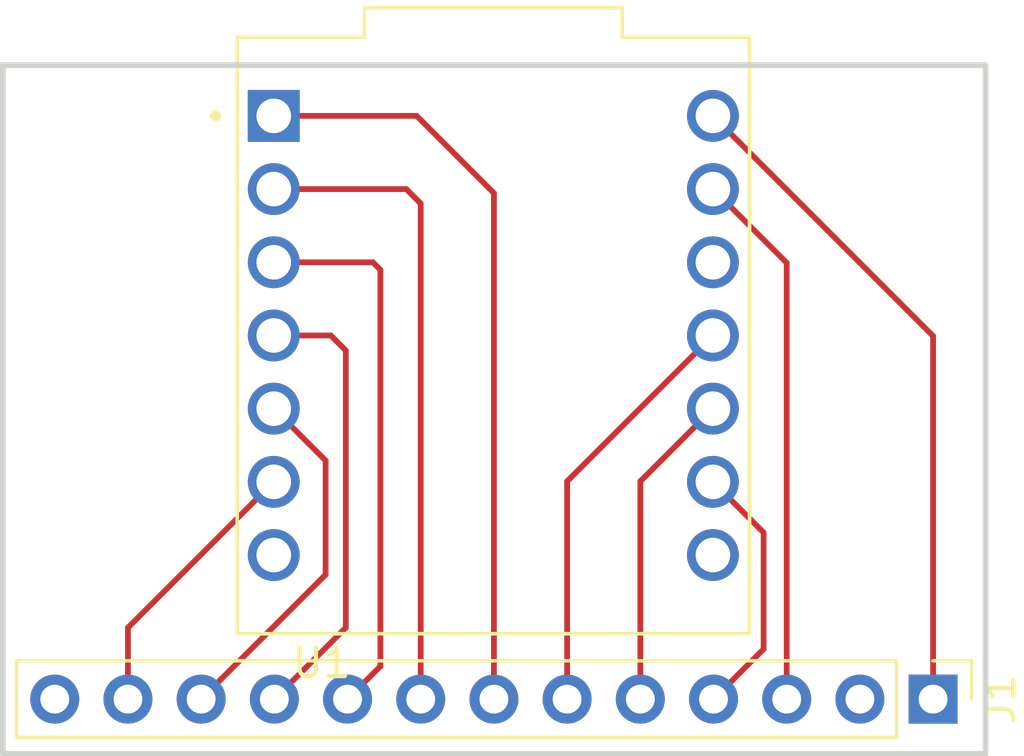
<source format=kicad_pcb>
(kicad_pcb (version 20240706) (generator "pcbnew") (generator_version "8.99")
  (layers (0 "F.Cu" signal) (31 "B.Cu" signal) (34 "B.Paste" user) (35 "F.Paste" user) (36 "B.SilkS" user "B.Silkscreen") (37 "F.SilkS" user "F.Silkscreen") (38 "B.Mask" user) (39 "F.Mask" user) (44 "Edge.Cuts" user))
  (net 0 "")
  (net 1 "Net-(J1-Pin_12)")
  (net 2 "Net-(J1-Pin_3)")
  (net 3 "Net-(J1-Pin_1)")
  (net 4 "Net-(J1-Pin_10)")
  (net 5 "Net-(J1-Pin_8)")
  (net 6 "Net-(J1-Pin_11)")
  (net 7 "Net-(J1-Pin_7)")
  (net 8 "Net-(J1-Pin_5)")
  (net 9 "Net-(J1-Pin_6)")
  (net 11 "Net-(J1-Pin_4)")
  (net 12 "Net-(J1-Pin_9)")
  (footprint "ADAFRUIT_QT_PY:MODULE_ADAFRUIT_QT_PY" (layer "F.Cu") (at 127.12 70.18)
    (property "Reference" "U1" (at -5.965 11.3636 0) (layer "F.SilkS"))
    (property "Value" "ADAFRUIT_QT_PY" (hide yes))
    (fp_line (start -8.89 -10.3505) (end -8.89 10.3505) (stroke (width 0.127)) (layer "F.SilkS"))
    (fp_line (start -8.89 10.3505) (end 8.89 10.3505) (stroke (width 0.127)) (layer "F.SilkS"))
    (fp_line (start -4.47 -11.3665) (end 4.47 -11.3665) (stroke (width 0.127)) (layer "F.SilkS"))
    (fp_line (start -4.47 -10.3505) (end -8.89 -10.3505) (stroke (width 0.127)) (layer "F.SilkS"))
    (fp_line (start -4.47 -10.3505) (end -4.47 -11.3665) (stroke (width 0.127)) (layer "F.SilkS"))
    (fp_line (start 4.47 -11.3665) (end 4.47 -10.3505) (stroke (width 0.127)) (layer "F.SilkS"))
    (fp_line (start 8.89 -10.3505) (end 4.47 -10.3505) (stroke (width 0.127)) (layer "F.SilkS"))
    (fp_line (start 8.89 10.3505) (end 8.89 -10.3505) (stroke (width 0.127)) (layer "F.SilkS"))
    (fp_circle (center -9.64 -7.62) (end -9.54 -7.62) (stroke (width 0.2)) (fill none) (layer "F.SilkS"))
    (pad "1" thru_hole rect (at -7.62 -7.62) (size 1.8 1.8) (drill 1.2) (layers "*.Cu" "*.Mask") (net 7 "Net-(J1-Pin_7)"))
    (pad "2" thru_hole circle (at -7.62 -5.08) (size 1.8 1.8) (drill 1.2) (layers "*.Cu" "*.Mask") (net 5 "Net-(J1-Pin_8)"))
    (pad "3" thru_hole circle (at -7.62 -2.54) (size 1.8 1.8) (drill 1.2) (layers "*.Cu" "*.Mask") (net 12 "Net-(J1-Pin_9)"))
    (pad "4" thru_hole circle (at -7.62 0) (size 1.8 1.8) (drill 1.2) (layers "*.Cu" "*.Mask") (net 4 "Net-(J1-Pin_10)"))
    (pad "5" thru_hole circle (at -7.62 2.54) (size 1.8 1.8) (drill 1.2) (layers "*.Cu" "*.Mask") (net 6 "Net-(J1-Pin_11)"))
    (pad "6" thru_hole circle (at -7.62 5.08) (size 1.8 1.8) (drill 1.2) (layers "*.Cu" "*.Mask") (net 1 "Net-(J1-Pin_12)"))
    (pad "7" thru_hole circle (at -7.62 7.62) (size 1.8 1.8) (drill 1.2) (layers "*.Cu" "*.Mask"))
    (pad "8" thru_hole circle (at 7.62 7.62) (size 1.8 1.8) (drill 1.2) (layers "*.Cu" "*.Mask"))
    (pad "9" thru_hole circle (at 7.62 5.08) (size 1.8 1.8) (drill 1.2) (layers "*.Cu" "*.Mask") (net 11 "Net-(J1-Pin_4)"))
    (pad "10" thru_hole circle (at 7.62 2.54) (size 1.8 1.8) (drill 1.2) (layers "*.Cu" "*.Mask") (net 8 "Net-(J1-Pin_5)"))
    (pad "11" thru_hole circle (at 7.62 0) (size 1.8 1.8) (drill 1.2) (layers "*.Cu" "*.Mask") (net 9 "Net-(J1-Pin_6)"))
    (pad "12" thru_hole circle (at 7.62 -2.54) (size 1.8 1.8) (drill 1.2) (layers "*.Cu" "*.Mask"))
    (pad "13" thru_hole circle (at 7.62 -5.08) (size 1.8 1.8) (drill 1.2) (layers "*.Cu" "*.Mask") (net 2 "Net-(J1-Pin_3)"))
    (pad "14" thru_hole circle (at 7.62 -7.62) (size 1.8 1.8) (drill 1.2) (layers "*.Cu" "*.Mask") (net 3 "Net-(J1-Pin_1)"))
  )
  (footprint "Connector_PinHeader_2.54mm:PinHeader_1x13_P2.54mm_Vertical" (layer "F.Cu") (at 142.38 82.8 -90)
    (property "Reference" "J1" (at 0 -2.33 90) (layer "F.SilkS"))
    (property "Value" "Conn_01x13_Socket" (hide yes))
    (fp_line (start -1.33 31.81) (end 1.33 31.81) (stroke (width 0.12)) (layer "F.SilkS"))
    (fp_line (start -1.33 1.27) (end -1.33 31.81) (stroke (width 0.12)) (layer "F.SilkS"))
    (fp_line (start -1.33 1.27) (end 1.33 1.27) (stroke (width 0.12)) (layer "F.SilkS"))
    (fp_line (start 1.33 1.27) (end 1.33 31.81) (stroke (width 0.12)) (layer "F.SilkS"))
    (fp_line (start -1.33 0) (end -1.33 -1.33) (stroke (width 0.12)) (layer "F.SilkS"))
    (fp_line (start -1.33 -1.33) (end 0 -1.33) (stroke (width 0.12)) (layer "F.SilkS"))
    (pad "1" thru_hole rect (at 0 0 270) (size 1.7 1.7) (drill 1) (layers "*.Cu" "*.Mask") (net 3 "Net-(J1-Pin_1)"))
    (pad "2" thru_hole oval (at 0 2.54 270) (size 1.7 1.7) (drill 1) (layers "*.Cu" "*.Mask"))
    (pad "3" thru_hole oval (at 0 5.08 270) (size 1.7 1.7) (drill 1) (layers "*.Cu" "*.Mask") (net 2 "Net-(J1-Pin_3)"))
    (pad "4" thru_hole oval (at 0 7.62 270) (size 1.7 1.7) (drill 1) (layers "*.Cu" "*.Mask") (net 11 "Net-(J1-Pin_4)"))
    (pad "5" thru_hole oval (at 0 10.16 270) (size 1.7 1.7) (drill 1) (layers "*.Cu" "*.Mask") (net 8 "Net-(J1-Pin_5)"))
    (pad "6" thru_hole oval (at 0 12.7 270) (size 1.7 1.7) (drill 1) (layers "*.Cu" "*.Mask") (net 9 "Net-(J1-Pin_6)"))
    (pad "7" thru_hole oval (at 0 15.24 270) (size 1.7 1.7) (drill 1) (layers "*.Cu" "*.Mask") (net 7 "Net-(J1-Pin_7)"))
    (pad "8" thru_hole oval (at 0 17.78 270) (size 1.7 1.7) (drill 1) (layers "*.Cu" "*.Mask") (net 5 "Net-(J1-Pin_8)"))
    (pad "9" thru_hole oval (at 0 20.32 270) (size 1.7 1.7) (drill 1) (layers "*.Cu" "*.Mask") (net 12 "Net-(J1-Pin_9)"))
    (pad "10" thru_hole oval (at 0 22.86 270) (size 1.7 1.7) (drill 1) (layers "*.Cu" "*.Mask") (net 4 "Net-(J1-Pin_10)"))
    (pad "11" thru_hole oval (at 0 25.4 270) (size 1.7 1.7) (drill 1) (layers "*.Cu" "*.Mask") (net 6 "Net-(J1-Pin_11)"))
    (pad "12" thru_hole oval (at 0 27.94 270) (size 1.7 1.7) (drill 1) (layers "*.Cu" "*.Mask") (net 1 "Net-(J1-Pin_12)"))
    (pad "13" thru_hole oval (at 0 30.48 270) (size 1.7 1.7) (drill 1) (layers "*.Cu" "*.Mask"))
  )
  (gr_rect (start 110.1 60.8) (end 144.2 84.7) (stroke (width 0.2)) (fill none) (layer "Edge.Cuts"))
  (segment (start 114.44 82.8) (end 114.44 80.32) (width 0.2) (layer "F.Cu") (net 1))
  (segment (start 114.44 80.32) (end 119.5 75.26) (width 0.2) (layer "F.Cu") (net 1))
  (segment (start 137.3 67.66) (end 134.74 65.1) (width 0.2) (layer "F.Cu") (net 2))
  (segment (start 137.3 82.8) (end 137.3 67.66) (width 0.2) (layer "F.Cu") (net 2))
  (segment (start 142.38 82.8) (end 142.38 70.2) (width 0.2) (layer "F.Cu") (net 3))
  (segment (start 142.38 70.2) (end 134.74 62.56) (width 0.2) (layer "F.Cu") (net 3))
  (segment (start 119.52 82.8) (end 122 80.32) (width 0.2) (layer "F.Cu") (net 4))
  (segment (start 122 80.32) (end 122 70.7) (width 0.2) (layer "F.Cu") (net 4))
  (segment (start 122 70.7) (end 121.48 70.18) (width 0.2) (layer "F.Cu") (net 4))
  (segment (start 121.48 70.18) (end 119.5 70.18) (width 0.2) (layer "F.Cu") (net 4))
  (segment (start 124.6 82.8) (end 124.6 65.6) (width 0.2) (layer "F.Cu") (net 5))
  (segment (start 124.1 65.1) (end 119.5 65.1) (width 0.2) (layer "F.Cu") (net 5))
  (segment (start 124.6 65.6) (end 124.1 65.1) (width 0.2) (layer "F.Cu") (net 5))
  (segment (start 121.3 74.52) (end 119.5 72.72) (width 0.2) (layer "F.Cu") (net 6))
  (segment (start 121.3 78.48) (end 121.3 74.52) (width 0.2) (layer "F.Cu") (net 6))
  (segment (start 116.98 82.8) (end 121.3 78.48) (width 0.2) (layer "F.Cu") (net 6))
  (segment (start 127.14 82.8) (end 127.14 65.24) (width 0.2) (layer "F.Cu") (net 7))
  (segment (start 127.14 65.24) (end 124.46 62.56) (width 0.2) (layer "F.Cu") (net 7))
  (segment (start 124.46 62.56) (end 119.5 62.56) (width 0.2) (layer "F.Cu") (net 7))
  (segment (start 132.22 82.8) (end 132.22 75.24) (width 0.2) (layer "F.Cu") (net 8))
  (segment (start 132.22 75.24) (end 134.74 72.72) (width 0.2) (layer "F.Cu") (net 8))
  (segment (start 129.68 75.24) (end 134.74 70.18) (width 0.2) (layer "F.Cu") (net 9))
  (segment (start 129.68 82.8) (end 129.68 75.24) (width 0.2) (layer "F.Cu") (net 9))
  (segment (start 134.76 82.8) (end 136.5 81.06) (width 0.2) (layer "F.Cu") (net 11))
  (segment (start 136.5 81.06) (end 136.5 77.02) (width 0.2) (layer "F.Cu") (net 11))
  (segment (start 136.5 77.02) (end 134.74 75.26) (width 0.2) (layer "F.Cu") (net 11))
  (segment (start 123.2 81.66) (end 123.2 67.9) (width 0.2) (layer "F.Cu") (net 12))
  (segment (start 122.06 82.8) (end 123.2 81.66) (width 0.2) (layer "F.Cu") (net 12))
  (segment (start 123.2 67.9) (end 122.94 67.64) (width 0.2) (layer "F.Cu") (net 12))
  (segment (start 122.94 67.64) (end 119.5 67.64) (width 0.2) (layer "F.Cu") (net 12))
)
</source>
